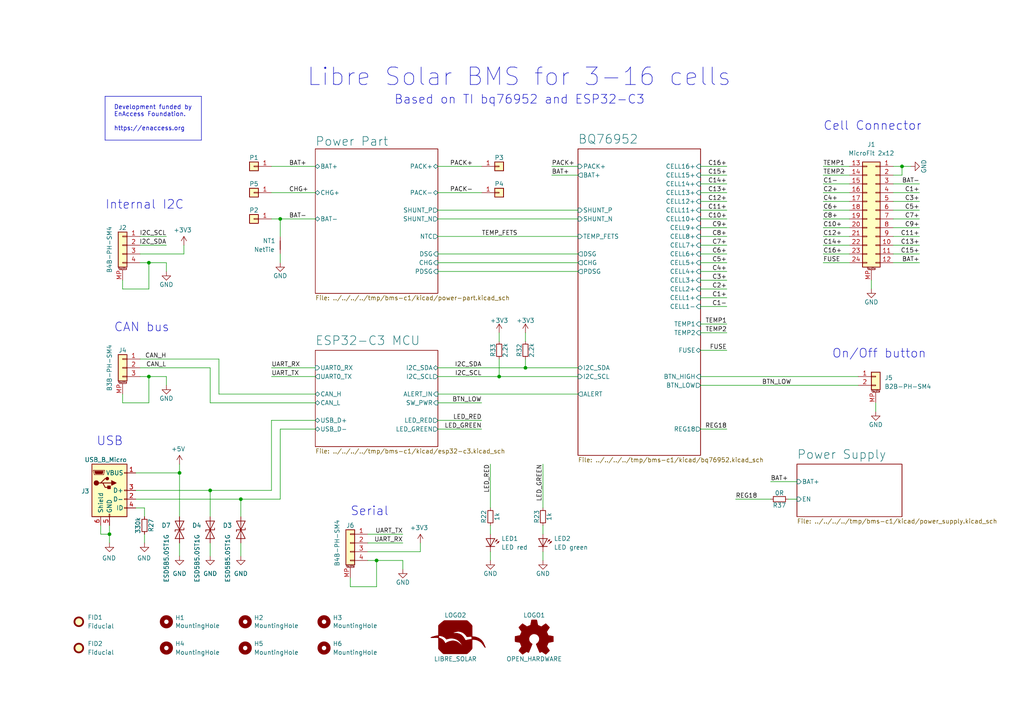
<source format=kicad_sch>
(kicad_sch (version 20230121) (generator eeschema)
  (paper "A4")
  (title_block (title "Libre Solar BMS C1") (date "2022-11-21") (rev "0.3.3") (company "Libre Solar Technologies GmbH") (comment 1 "Website: https://libre.solar") (comment 2 "Author: Martin Jäger") (comment 3 "License: CERN-OHL-W"))
  (lib_symbols
    (symbol "Connector:USB_B_Micro" (pin_names (offset 1.016))
      (property "Reference" "J" (at -5.08 11.43 0))
      (property "Value" "USB_B_Micro" (at -5.08 8.89 0))
      (symbol "USB_B_Micro_1_1"
        (pin power_out line (at 7.62 5.08 180) (length 2.54) (name "VBUS") (number "1"))
        (pin bidirectional line (at 7.62 -2.54 180) (length 2.54) (name "D-") (number "2"))
        (pin bidirectional line (at 7.62 0 180) (length 2.54) (name "D+") (number "3"))
        (pin passive line (at 7.62 -5.08 180) (length 2.54) (name "ID") (number "4"))
        (pin power_out line (at 0 -10.16 90) (length 2.54) (name "GND") (number "5"))
        (pin passive line (at -2.54 -10.16 90) (length 2.54) (name "Shield") (number "6"))
      )
    )
    (symbol "Connector_Generic:Conn_01x01" (pin_names (offset 1.016) hide)
      (property "Reference" "J" (at 0 2.54 0))
      (property "Value" "Conn_01x01" (at 0 -2.54 0))
      (symbol "Conn_01x01_1_1"
        (pin passive line (at -5.08 0 0) (length 3.81) (name "Pin_1") (number "1"))
      )
    )
    (symbol "Connector_Generic_MountingPin:Conn_01x02_MountingPin" (pin_names (offset 1.016) hide)
      (property "Reference" "J" (at 0 2.54 0))
      (property "Value" "Conn_01x02_MountingPin" (at 1.27 -5.08 0))
      (symbol "Conn_01x02_MountingPin_1_1"
        (text "Mounting" (at 0 -4.191 0) (effects (font (size 0.381 0.381))))
        (pin passive line (at -5.08 0 0) (length 3.81) (name "Pin_1") (number "1"))
        (pin passive line (at -5.08 -2.54 0) (length 3.81) (name "Pin_2") (number "2"))
        (pin passive line (at 0 -7.62 90) (length 3.048) (name "MountPin") (number "MP"))
      )
    )
    (symbol "Connector_Generic_MountingPin:Conn_01x03_MountingPin" (pin_names (offset 1.016) hide)
      (property "Reference" "J" (at 0 5.08 0))
      (property "Value" "Conn_01x03_MountingPin" (at 1.27 -5.08 0))
      (symbol "Conn_01x03_MountingPin_1_1"
        (text "Mounting" (at 0 -4.191 0) (effects (font (size 0.381 0.381))))
        (pin passive line (at -5.08 2.54 0) (length 3.81) (name "Pin_1") (number "1"))
        (pin passive line (at -5.08 0 0) (length 3.81) (name "Pin_2") (number "2"))
        (pin passive line (at -5.08 -2.54 0) (length 3.81) (name "Pin_3") (number "3"))
        (pin passive line (at 0 -7.62 90) (length 3.048) (name "MountPin") (number "MP"))
      )
    )
    (symbol "Connector_Generic_MountingPin:Conn_01x04_MountingPin" (pin_names (offset 1.016) hide)
      (property "Reference" "J" (at 0 5.08 0))
      (property "Value" "Conn_01x04_MountingPin" (at 1.27 -7.62 0))
      (symbol "Conn_01x04_MountingPin_1_1"
        (text "Mounting" (at 0 -6.731 0) (effects (font (size 0.381 0.381))))
        (pin passive line (at -5.08 2.54 0) (length 3.81) (name "Pin_1") (number "1"))
        (pin passive line (at -5.08 0 0) (length 3.81) (name "Pin_2") (number "2"))
        (pin passive line (at -5.08 -2.54 0) (length 3.81) (name "Pin_3") (number "3"))
        (pin passive line (at -5.08 -5.08 0) (length 3.81) (name "Pin_4") (number "4"))
        (pin passive line (at 0 -10.16 90) (length 3.048) (name "MountPin") (number "MP"))
      )
    )
    (symbol "Connector_Generic_MountingPin:Conn_02x12_Top_Bottom_MountingPin" (pin_names (offset 1.016) hide)
      (property "Reference" "J" (at 1.27 15.24 0))
      (property "Value" "Conn_02x12_Top_Bottom_MountingPin" (at 2.54 -17.78 0))
      (symbol "Conn_02x12_Top_Bottom_MountingPin_1_1"
        (text "Mounting" (at 1.27 -16.891 0) (effects (font (size 0.381 0.381))))
        (pin passive line (at -5.08 12.7 0) (length 3.81) (name "Pin_1") (number "1"))
        (pin passive line (at -5.08 -10.16 0) (length 3.81) (name "Pin_10") (number "10"))
        (pin passive line (at -5.08 -12.7 0) (length 3.81) (name "Pin_11") (number "11"))
        (pin passive line (at -5.08 -15.24 0) (length 3.81) (name "Pin_12") (number "12"))
        (pin passive line (at 7.62 12.7 180) (length 3.81) (name "Pin_13") (number "13"))
        (pin passive line (at 7.62 10.16 180) (length 3.81) (name "Pin_14") (number "14"))
        (pin passive line (at 7.62 7.62 180) (length 3.81) (name "Pin_15") (number "15"))
        (pin passive line (at 7.62 5.08 180) (length 3.81) (name "Pin_16") (number "16"))
        (pin passive line (at 7.62 2.54 180) (length 3.81) (name "Pin_17") (number "17"))
        (pin passive line (at 7.62 0 180) (length 3.81) (name "Pin_18") (number "18"))
        (pin passive line (at 7.62 -2.54 180) (length 3.81) (name "Pin_19") (number "19"))
        (pin passive line (at -5.08 10.16 0) (length 3.81) (name "Pin_2") (number "2"))
        (pin passive line (at 7.62 -5.08 180) (length 3.81) (name "Pin_20") (number "20"))
        (pin passive line (at 7.62 -7.62 180) (length 3.81) (name "Pin_21") (number "21"))
        (pin passive line (at 7.62 -10.16 180) (length 3.81) (name "Pin_22") (number "22"))
        (pin passive line (at 7.62 -12.7 180) (length 3.81) (name "Pin_23") (number "23"))
        (pin passive line (at 7.62 -15.24 180) (length 3.81) (name "Pin_24") (number "24"))
        (pin passive line (at -5.08 7.62 0) (length 3.81) (name "Pin_3") (number "3"))
        (pin passive line (at -5.08 5.08 0) (length 3.81) (name "Pin_4") (number "4"))
        (pin passive line (at -5.08 2.54 0) (length 3.81) (name "Pin_5") (number "5"))
        (pin passive line (at -5.08 0 0) (length 3.81) (name "Pin_6") (number "6"))
        (pin passive line (at -5.08 -2.54 0) (length 3.81) (name "Pin_7") (number "7"))
        (pin passive line (at -5.08 -5.08 0) (length 3.81) (name "Pin_8") (number "8"))
        (pin passive line (at -5.08 -7.62 0) (length 3.81) (name "Pin_9") (number "9"))
        (pin passive line (at 1.27 -20.32 90) (length 3.048) (name "MountPin") (number "MP"))
      )
    )
    (symbol "Device:NetTie_2" (pin_numbers hide) (pin_names (offset 0) hide)
      (property "Reference" "NT" (at 0 1.27 0))
      (property "Value" "NetTie_2" (at 0 -1.27 0))
      (symbol "NetTie_2_1_1"
        (pin passive line (at -2.54 0 0) (length 2.54) (name "1") (number "1"))
        (pin passive line (at 2.54 0 180) (length 2.54) (name "2") (number "2"))
      )
    )
    (symbol "Diode:SZESD9B5.0ST5G" (pin_numbers hide) (pin_names (offset 1.016) hide)
      (property "Reference" "D" (at 0 2.54 0))
      (property "Value" "SZESD9B5.0ST5G" (at 0 -2.54 0))
      (symbol "SZESD9B5.0ST5G_1_1"
        (pin passive line (at -3.81 0 0) (length 2.54) (name "A1") (number "1"))
        (pin passive line (at 3.81 0 180) (length 2.54) (name "A2") (number "2"))
      )
    )
    (symbol "Graphic:Logo_Open_Hardware_Small" (pin_names (offset 1.016)))
    (symbol "LibreSolar:LED" (pin_numbers hide) (pin_names (offset 1.016) hide)
      (property "Reference" "D" (at 3.175 1.27 0))
      (property "Value" "LED" (at 3.175 -1.27 0))
      (symbol "LED_1_1"
        (pin passive line (at 0 -2.54 90) (length 1.27) (name "K") (number "1"))
        (pin passive line (at 0 2.54 270) (length 1.27) (name "A") (number "2"))
      )
    )
    (symbol "LibreSolar:Logo_Libre_Solar" (pin_numbers hide) (pin_names (offset 1.016) hide)
      (property "Reference" "LOGO" (at 0 6.985 0))
      (property "Value" "Logo_Libre_Solar" (at 0 -5.715 0))
    )
    (symbol "LibreSolar:R" (pin_numbers hide) (pin_names (offset 0.254) hide)
      (property "Reference" "R" (at -1.905 0 90))
      (property "Value" "R" (at 1.905 0 90))
      (symbol "R_1_1"
        (pin passive line (at 0 2.54 270) (length 0.762) (name "~") (number "1"))
        (pin passive line (at 0 -2.54 90) (length 0.762) (name "~") (number "2"))
      )
    )
    (symbol "Mechanical:Fiducial"
      (property "Reference" "FID" (at 0 5.08 0))
      (property "Value" "Fiducial" (at 0 3.175 0))
    )
    (symbol "Mechanical:MountingHole" (pin_names (offset 1.016))
      (property "Reference" "H" (at 0 5.08 0))
      (property "Value" "MountingHole" (at 0 3.175 0))
    )
    (symbol "power:+3.3V" (power) (pin_names (offset 0))
      (property "Value" "+3.3V" (at 0 3.556 0))
      (symbol "+3.3V_1_1"
        (pin power_in line (at 0 0 90) (length 0) hide (name "+3V3") (number "1"))
      )
    )
    (symbol "power:+3V3" (power) (pin_names (offset 0))
      (property "Value" "+3V3" (at 0 3.556 0))
      (symbol "+3V3_1_1"
        (pin power_in line (at 0 0 90) (length 0) hide (name "+3V3") (number "1"))
      )
    )
    (symbol "power:+5V" (power) (pin_names (offset 0))
      (property "Value" "+5V" (at 0 3.556 0))
      (symbol "+5V_1_1"
        (pin power_in line (at 0 0 90) (length 0) hide (name "+5V") (number "1"))
      )
    )
    (symbol "power:GND" (power) (pin_names (offset 0))
      (property "Value" "GND" (at 0 -3.81 0))
      (symbol "GND_1_1"
        (pin power_in line (at 0 0 270) (length 0) hide (name "GND") (number "1"))
      )
    )
  )
  (junction (at 31.75 154.94) (diameter 0.9144))
  (junction (at 52.07 137.16))
  (junction (at 69.85 144.78))
  (junction (at 43.18 76.2))
  (junction (at 152.4 106.68))
  (junction (at 43.18 109.22))
  (junction (at 81.28 63.5))
  (junction (at 261.62 48.26))
  (junction (at 60.96 142.24))
  (junction (at 144.78 109.22))
  (junction (at 109.22 162.56))
  (wire (pts (xy 53.34 73.66) (xy 40.64 73.66)))
  (wire (pts (xy 63.5 114.3) (xy 63.5 104.14)))
  (wire (pts (xy 35.56 114.3) (xy 35.56 116.84)))
  (wire (pts (xy 259.08 55.88) (xy 266.7 55.88)))
  (wire (pts (xy 127 78.74) (xy 167.64 78.74)))
  (wire (pts (xy 238.76 60.96) (xy 246.38 60.96)))
  (wire (pts (xy 160.02 48.26) (xy 167.64 48.26)))
  (wire (pts (xy 127 63.5) (xy 167.64 63.5)))
  (wire (pts (xy 238.76 73.66) (xy 246.38 73.66)))
  (wire (pts (xy 152.4 104.14) (xy 152.4 106.68)))
  (wire (pts (xy 139.7 124.46) (xy 127 124.46)))
  (wire (pts (xy 48.26 76.2) (xy 43.18 76.2)))
  (wire (pts (xy 127 114.3) (xy 167.64 114.3)))
  (wire (pts (xy 101.6 167.64) (xy 101.6 170.18)))
  (wire (pts (xy 259.08 71.12) (xy 266.7 71.12)))
  (wire (pts (xy 35.56 83.82) (xy 43.18 83.82)))
  (wire (pts (xy 210.82 88.9) (xy 203.2 88.9)))
  (wire (pts (xy 127 76.2) (xy 167.64 76.2)))
  (wire (pts (xy 152.4 106.68) (xy 167.64 106.68)))
  (wire (pts (xy 210.82 76.2) (xy 203.2 76.2)))
  (wire (pts (xy 210.82 60.96) (xy 203.2 60.96)))
  (wire (pts (xy 259.08 68.58) (xy 266.7 68.58)))
  (wire (pts (xy 91.44 116.84) (xy 60.96 116.84)))
  (wire (pts (xy 78.74 63.5) (xy 81.28 63.5)))
  (wire (pts (xy 69.85 144.78) (xy 39.37 144.78)))
  (wire (pts (xy 69.85 144.78) (xy 69.85 149.86)))
  (wire (pts (xy 35.56 116.84) (xy 43.18 116.84)))
  (wire (pts (xy 78.74 142.24) (xy 60.96 142.24)))
  (wire (pts (xy 81.28 144.78) (xy 81.28 124.46)))
  (wire (pts (xy 91.44 121.92) (xy 78.74 121.92)))
  (wire (pts (xy 91.44 114.3) (xy 63.5 114.3)))
  (wire (pts (xy 81.28 73.66) (xy 81.28 76.2)))
  (wire (pts (xy 81.28 63.5) (xy 81.28 68.58)))
  (wire (pts (xy 210.82 78.74) (xy 203.2 78.74)))
  (wire (pts (xy 238.76 66.04) (xy 246.38 66.04)))
  (wire (pts (xy 81.28 63.5) (xy 91.44 63.5)))
  (wire (pts (xy 238.76 55.88) (xy 246.38 55.88)))
  (wire (pts (xy 101.6 170.18) (xy 109.22 170.18)))
  (wire (pts (xy 142.24 160.02) (xy 142.24 162.56)))
  (wire (pts (xy 29.21 154.94) (xy 29.21 152.4)))
  (wire (pts (xy 144.78 109.22) (xy 127 109.22)))
  (wire (pts (xy 31.75 154.94) (xy 29.21 154.94)))
  (wire (pts (xy 259.08 48.26) (xy 261.62 48.26)))
  (wire (pts (xy 40.64 109.22) (xy 43.18 109.22)))
  (wire (pts (xy 48.26 71.12) (xy 40.64 71.12)))
  (wire (pts (xy 81.28 124.46) (xy 91.44 124.46)))
  (wire (pts (xy 261.62 48.26) (xy 261.62 50.8)))
  (wire (pts (xy 109.22 162.56) (xy 106.68 162.56)))
  (wire (pts (xy 35.56 81.28) (xy 35.56 83.82)))
  (wire (pts (xy 69.85 144.78) (xy 81.28 144.78)))
  (wire (pts (xy 52.07 134.62) (xy 52.07 137.16)))
  (wire (pts (xy 210.82 96.52) (xy 203.2 96.52)))
  (wire (pts (xy 210.82 68.58) (xy 203.2 68.58)))
  (wire (pts (xy 39.37 147.32) (xy 41.91 147.32)))
  (wire (pts (xy 203.2 109.22) (xy 248.92 109.22)))
  (wire (pts (xy 116.84 162.56) (xy 109.22 162.56)))
  (wire (pts (xy 48.26 109.22) (xy 48.26 111.76)))
  (polyline (pts (xy 58.42 27.94) (xy 58.42 40.64)))
  (wire (pts (xy 238.76 71.12) (xy 246.38 71.12)))
  (wire (pts (xy 52.07 137.16) (xy 39.37 137.16)))
  (wire (pts (xy 40.64 104.14) (xy 63.5 104.14)))
  (wire (pts (xy 109.22 170.18) (xy 109.22 162.56)))
  (wire (pts (xy 142.24 152.4) (xy 142.24 154.94)))
  (wire (pts (xy 31.75 152.4) (xy 31.75 154.94)))
  (wire (pts (xy 78.74 55.88) (xy 91.44 55.88)))
  (wire (pts (xy 266.7 76.2) (xy 259.08 76.2)))
  (wire (pts (xy 266.7 53.34) (xy 259.08 53.34)))
  (wire (pts (xy 41.91 154.94) (xy 41.91 157.48)))
  (wire (pts (xy 210.82 55.88) (xy 203.2 55.88)))
  (wire (pts (xy 157.48 160.02) (xy 157.48 162.56)))
  (wire (pts (xy 48.26 68.58) (xy 40.64 68.58)))
  (wire (pts (xy 144.78 104.14) (xy 144.78 109.22)))
  (wire (pts (xy 261.62 50.8) (xy 259.08 50.8)))
  (wire (pts (xy 238.76 68.58) (xy 246.38 68.58)))
  (wire (pts (xy 60.96 116.84) (xy 60.96 106.68)))
  (polyline (pts (xy 30.48 27.94) (xy 58.42 27.94)))
  (wire (pts (xy 91.44 106.68) (xy 78.74 106.68)))
  (wire (pts (xy 246.38 50.8) (xy 238.76 50.8)))
  (wire (pts (xy 142.24 134.62) (xy 142.24 147.32)))
  (wire (pts (xy 210.82 83.82) (xy 203.2 83.82)))
  (wire (pts (xy 259.08 66.04) (xy 266.7 66.04)))
  (wire (pts (xy 127 55.88) (xy 139.7 55.88)))
  (wire (pts (xy 40.64 106.68) (xy 60.96 106.68)))
  (wire (pts (xy 238.76 63.5) (xy 246.38 63.5)))
  (wire (pts (xy 139.7 116.84) (xy 127 116.84)))
  (wire (pts (xy 210.82 58.42) (xy 203.2 58.42)))
  (wire (pts (xy 238.76 53.34) (xy 246.38 53.34)))
  (wire (pts (xy 52.07 157.48) (xy 52.07 161.29)))
  (wire (pts (xy 60.96 142.24) (xy 60.96 149.86)))
  (wire (pts (xy 60.96 142.24) (xy 39.37 142.24)))
  (wire (pts (xy 210.82 53.34) (xy 203.2 53.34)))
  (wire (pts (xy 127 60.96) (xy 167.64 60.96)))
  (wire (pts (xy 246.38 76.2) (xy 238.76 76.2)))
  (wire (pts (xy 78.74 48.26) (xy 91.44 48.26)))
  (wire (pts (xy 246.38 48.26) (xy 238.76 48.26)))
  (wire (pts (xy 210.82 66.04) (xy 203.2 66.04)))
  (wire (pts (xy 152.4 106.68) (xy 127 106.68)))
  (wire (pts (xy 127 73.66) (xy 167.64 73.66)))
  (wire (pts (xy 52.07 137.16) (xy 52.07 149.86)))
  (wire (pts (xy 210.82 86.36) (xy 203.2 86.36)))
  (wire (pts (xy 43.18 116.84) (xy 43.18 109.22)))
  (wire (pts (xy 254 116.84) (xy 254 119.38)))
  (wire (pts (xy 238.76 58.42) (xy 246.38 58.42)))
  (wire (pts (xy 259.08 58.42) (xy 266.7 58.42)))
  (wire (pts (xy 259.08 60.96) (xy 266.7 60.96)))
  (wire (pts (xy 203.2 124.46) (xy 210.82 124.46)))
  (wire (pts (xy 264.16 48.26) (xy 261.62 48.26)))
  (wire (pts (xy 203.2 101.6) (xy 210.82 101.6)))
  (wire (pts (xy 139.7 121.92) (xy 127 121.92)))
  (polyline (pts (xy 30.48 27.94) (xy 30.48 40.64)))
  (wire (pts (xy 210.82 71.12) (xy 203.2 71.12)))
  (wire (pts (xy 157.48 134.62) (xy 157.48 147.32)))
  (wire (pts (xy 210.82 63.5) (xy 203.2 63.5)))
  (wire (pts (xy 152.4 96.52) (xy 152.4 99.06)))
  (wire (pts (xy 144.78 109.22) (xy 167.64 109.22)))
  (wire (pts (xy 116.84 162.56) (xy 116.84 165.1)))
  (wire (pts (xy 210.82 81.28) (xy 203.2 81.28)))
  (wire (pts (xy 60.96 157.48) (xy 60.96 161.29)))
  (polyline (pts (xy 58.42 40.64) (xy 30.48 40.64)))
  (wire (pts (xy 116.84 157.48) (xy 106.68 157.48)))
  (wire (pts (xy 160.02 50.8) (xy 167.64 50.8)))
  (wire (pts (xy 259.08 73.66) (xy 266.7 73.66)))
  (wire (pts (xy 48.26 76.2) (xy 48.26 78.74)))
  (wire (pts (xy 43.18 76.2) (xy 40.64 76.2)))
  (wire (pts (xy 43.18 109.22) (xy 48.26 109.22)))
  (wire (pts (xy 127 68.58) (xy 167.64 68.58)))
  (wire (pts (xy 53.34 73.66) (xy 53.34 71.12)))
  (wire (pts (xy 252.73 81.28) (xy 252.73 83.82)))
  (wire (pts (xy 127 48.26) (xy 139.7 48.26)))
  (wire (pts (xy 213.36 144.78) (xy 223.52 144.78)))
  (wire (pts (xy 210.82 50.8) (xy 203.2 50.8)))
  (wire (pts (xy 203.2 111.76) (xy 248.92 111.76)))
  (wire (pts (xy 231.14 139.7) (xy 223.52 139.7)))
  (wire (pts (xy 69.85 157.48) (xy 69.85 161.29)))
  (wire (pts (xy 31.75 154.94) (xy 31.75 157.48)))
  (wire (pts (xy 228.6 144.78) (xy 231.14 144.78)))
  (wire (pts (xy 210.82 48.26) (xy 203.2 48.26)))
  (wire (pts (xy 259.08 63.5) (xy 266.7 63.5)))
  (wire (pts (xy 91.44 109.22) (xy 78.74 109.22)))
  (wire (pts (xy 121.92 160.02) (xy 121.92 157.48)))
  (wire (pts (xy 116.84 154.94) (xy 106.68 154.94)))
  (wire (pts (xy 210.82 93.98) (xy 203.2 93.98)))
  (wire (pts (xy 157.48 152.4) (xy 157.48 154.94)))
  (wire (pts (xy 121.92 160.02) (xy 106.68 160.02)))
  (wire (pts (xy 41.91 147.32) (xy 41.91 149.86)))
  (wire (pts (xy 210.82 73.66) (xy 203.2 73.66)))
  (wire (pts (xy 43.18 83.82) (xy 43.18 76.2)))
  (wire (pts (xy 78.74 121.92) (xy 78.74 142.24)))
  (wire (pts (xy 144.78 96.52) (xy 144.78 99.06)))
  (text "Based on TI bq76952 and ESP32-C3" (at 114.3 30.48 0) (effects (font (size 2.54 2.54)) (justify left bottom)))
  (text "CAN bus" (at 33.02 96.52 0) (effects (font (size 2.54 2.54)) (justify left bottom)))
  (text "Development funded by\nEnAccess Foundation.\n\nhttps://enaccess.org" (at 33.02 38.1 0) (effects (font (size 1.27 1.27)) (justify left bottom)))
  (text "USB" (at 27.94 129.54 0) (effects (font (size 2.54 2.54)) (justify left bottom)))
  (text "Serial" (at 101.6 149.86 0) (effects (font (size 2.54 2.54)) (justify left bottom)))
  (text "Libre Solar BMS for 3-16 cells" (at 88.9 25.4 0) (effects (font (size 5.08 5.08)) (justify left bottom)))
  (text "Cell Connector" (at 238.76 38.1 0) (effects (font (size 2.54 2.54)) (justify left bottom)))
  (text "Internal I2C" (at 30.48 60.96 0) (effects (font (size 2.54 2.54)) (justify left bottom)))
  (text "On/Off button" (at 241.3 104.14 0) (effects (font (size 2.54 2.54)) (justify left bottom)))
  (label "REG18" (at 213.36 144.78 0))
  (label "C8+" (at 210.82 68.58 180))
  (label "C2+" (at 238.76 55.88 0))
  (label "CAN_L" (at 48.26 106.68 180))
  (label "TEMP1" (at 210.82 93.98 180))
  (label "UART_TX" (at 116.84 154.94 180))
  (label "C16+" (at 238.76 73.66 0))
  (label "BAT+" (at 266.7 76.2 180))
  (label "C12+" (at 210.82 58.42 180))
  (label "C2+" (at 210.82 83.82 180))
  (label "C1+" (at 210.82 86.36 180))
  (label "C14+" (at 210.82 53.34 180))
  (label "PACK+" (at 160.02 48.26 0))
  (label "I2C_SDA" (at 139.7 106.68 180))
  (label "I2C_SCL" (at 139.7 109.22 180))
  (label "C7+" (at 266.7 63.5 180))
  (label "C8+" (at 238.76 63.5 0))
  (label "UART_RX" (at 78.74 106.68 0))
  (label "C1-" (at 238.76 53.34 0))
  (label "C6+" (at 210.82 73.66 180))
  (label "C5+" (at 266.7 60.96 180))
  (label "C7+" (at 210.82 71.12 180))
  (label "C4+" (at 210.82 78.74 180))
  (label "FUSE" (at 210.82 101.6 180))
  (label "LED_GREEN" (at 139.7 124.46 180))
  (label "FUSE" (at 238.76 76.2 0))
  (label "UART_TX" (at 78.74 109.22 0))
  (label "C12+" (at 238.76 68.58 0))
  (label "PACK+" (at 137.16 48.26 180))
  (label "PACK-" (at 137.16 55.88 180))
  (label "C10+" (at 210.82 63.5 180))
  (label "C4+" (at 238.76 58.42 0))
  (label "TEMP2" (at 210.82 96.52 180))
  (label "C13+" (at 210.82 55.88 180))
  (label "TEMP2" (at 238.76 50.8 0))
  (label "CHG+" (at 83.82 55.88 0))
  (label "REG18" (at 210.82 124.46 180))
  (label "C15+" (at 266.7 73.66 180))
  (label "C11+" (at 210.82 60.96 180))
  (label "BAT-" (at 266.7 53.34 180))
  (label "C6+" (at 238.76 60.96 0))
  (label "C1-" (at 210.82 88.9 180))
  (label "BTN_LOW" (at 220.98 111.76 0))
  (label "UART_RX" (at 116.84 157.48 180))
  (label "TEMP1" (at 238.76 48.26 0))
  (label "C13+" (at 266.7 71.12 180))
  (label "BAT+" (at 83.82 48.26 0))
  (label "BAT+" (at 160.02 50.8 0))
  (label "C11+" (at 266.7 68.58 180))
  (label "C10+" (at 238.76 66.04 0))
  (label "C9+" (at 210.82 66.04 180))
  (label "LED_RED" (at 142.24 134.62 270))
  (label "BAT-" (at 83.82 63.5 0))
  (label "LED_RED" (at 139.7 121.92 180))
  (label "I2C_SDA" (at 48.26 71.12 180))
  (label "TEMP_FETS" (at 139.7 68.58 0))
  (label "BAT+" (at 223.52 139.7 0))
  (label "BTN_LOW" (at 139.7 116.84 180))
  (label "C3+" (at 210.82 81.28 180))
  (label "LED_GREEN" (at 157.48 134.62 270))
  (label "C5+" (at 210.82 76.2 180))
  (label "C14+" (at 238.76 71.12 0))
  (label "CAN_H" (at 48.26 104.14 180))
  (label "I2C_SCL" (at 48.26 68.58 180))
  (label "C15+" (at 210.82 50.8 180))
  (label "C1+" (at 266.7 55.88 180))
  (label "C9+" (at 266.7 66.04 180))
  (label "C3+" (at 266.7 58.42 180))
  (label "C16+" (at 210.82 48.26 180))
  (symbol (lib_id "LibreSolar:Logo_Libre_Solar") (at 132.08 185.42 0) (unit 1)
    (property "Reference" "LOGO2" (at 132.08 178.435 0))
    (property "Value" "LIBRE_SOLAR" (at 132.08 191.135 0))
    (property "Footprint" "LibreSolar:LIBRESOLAR_LOGO" (effects hide))
  )
  (symbol (lib_id "Graphic:Logo_Open_Hardware_Small") (at 154.94 185.42 0) (unit 1)
    (property "Reference" "LOGO1" (at 154.94 178.435 0))
    (property "Value" "OPEN_HARDWARE" (at 154.94 191.135 0))
    (property "Footprint" "Symbol:OSHW-Logo_5.7x6mm_SilkScreen" (effects hide))
  )
  (symbol (lib_id "Connector:USB_B_Micro") (at 31.75 142.24 0) (unit 1)
    (property "Reference" "J3" (at 25.9334 142.4686 0) (effects (justify right)))
    (property "Value" "USB_B_Micro" (at 36.83 133.35 0) (effects (justify right)))
    (property "Footprint" "LibreSolar:USB_Micro-B_10103594-0001LF" (effects hide))
    (property "Manufacturer" "Amphenol FCI" (effects hide))
    (property "PartNumber" "10103594-0001LF" (effects hide))
  )
  (symbol (lib_id "power:GND") (at 31.75 157.48 0) (mirror y) (unit 1)
    (property "Reference" "#PWR0116" (effects hide))
    (property "Value" "GND" (at 31.623 161.8742 0))
  )
  (symbol (lib_id "LibreSolar:R") (at 41.91 152.4 0) (mirror y) (unit 1)
    (property "Reference" "R27" (at 43.815 152.4 90))
    (property "Value" "330k" (at 40.005 152.4 90))
    (property "Footprint" "LibreSolar:R_0603_1608" (effects hide))
    (property "Manufacturer" "any" (effects hide))
  )
  (symbol (lib_id "power:GND") (at 41.91 157.48 0) (mirror y) (unit 1)
    (property "Reference" "#PWR0117" (effects hide))
    (property "Value" "GND" (at 41.783 161.8742 0))
  )
  (symbol (lib_id "power:+5V") (at 52.07 134.62 0) (mirror y) (unit 1)
    (property "Reference" "#PWR011" (effects hide))
    (property "Value" "+5V" (at 51.689 130.2258 0))
  )
  (symbol (lib_id "Mechanical:MountingHole") (at 48.26 180.34 0) (unit 1)
    (property "Reference" "H1" (at 50.8 179.1716 0) (effects (justify left)))
    (property "Value" "MountingHole" (at 50.8 181.483 0) (effects (justify left)))
    (property "Footprint" "MountingHole:MountingHole_3.2mm_M3_Pad_TopBottom" (effects hide))
  )
  (symbol (lib_id "Mechanical:MountingHole") (at 71.12 180.34 0) (unit 1)
    (property "Reference" "H2" (at 73.66 179.1716 0) (effects (justify left)))
    (property "Value" "MountingHole" (at 73.66 181.483 0) (effects (justify left)))
    (property "Footprint" "MountingHole:MountingHole_3.2mm_M3_Pad_TopBottom" (effects hide))
  )
  (symbol (lib_id "power:+3V3") (at 53.34 71.12 0) (mirror y) (unit 1)
    (property "Reference" "#PWR0146" (effects hide))
    (property "Value" "+3V3" (at 52.959 66.7258 0))
  )
  (symbol (lib_id "Connector_Generic_MountingPin:Conn_01x04_MountingPin") (at 35.56 71.12 0) (mirror y) (unit 1)
    (property "Reference" "J2" (at 35.56 66.04 0))
    (property "Value" "B4B-PH-SM4" (at 31.75 72.39 90))
    (property "Footprint" "Connector_JST:JST_PH_B4B-PH-SM4-TB_1x04-1MP_P2.00mm_Vertical" (effects hide))
    (property "Manufacturer" "JST" (effects hide))
    (property "Remarks" "Alternative: Würth 620304124022" (effects hide))
    (property "PartNumber" "B4B-PH-SM4-TB(LF)(SN)" (effects hide))
  )
  (symbol (lib_id "power:GND") (at 81.28 76.2 0) (mirror y) (unit 1)
    (property "Reference" "#PWR0107" (effects hide))
    (property "Value" "GND" (at 81.28 80.01 0))
  )
  (symbol (lib_id "Connector_Generic_MountingPin:Conn_01x02_MountingPin") (at 254 109.22 0) (unit 1)
    (property "Reference" "J5" (at 256.54 109.5755 0) (effects (justify left)))
    (property "Value" "B2B-PH-SM4" (at 256.54 112.1155 0) (effects (justify left)))
    (property "Footprint" "Connector_JST:JST_PH_B2B-PH-SM4-TB_1x02-1MP_P2.00mm_Vertical" (effects hide))
    (property "Manufacturer" "JST" (effects hide))
    (property "Remarks" "Alternative: Würth 620302124022" (effects hide))
    (property "PartNumber" "B2B-PH-SM4-TB(LF)(SN)" (effects hide))
  )
  (symbol (lib_id "Diode:SZESD9B5.0ST5G") (at 69.85 153.67 270) (mirror x) (unit 1)
    (property "Reference" "D3" (at 67.31 152.3999 90) (effects (justify right)))
    (property "Value" "ESD5B5.0ST1G" (at 66.04 154.94 0) (effects (justify right)))
    (property "Footprint" "LibreSolar:D_SOD-523" (effects hide))
    (property "Datasheet" "https://www.mouser.de/datasheet/2/308/1/ESD5B5_0ST1_D-2311335.pdf" (effects hide))
    (property "Manufacturer" "onsemi" (effects hide))
    (property "PartNumber" "ESD5B5.0ST1G" (effects hide))
  )
  (symbol (lib_id "power:+3V3") (at 121.92 157.48 0) (mirror y) (unit 1)
    (property "Reference" "#PWR0147" (effects hide))
    (property "Value" "+3V3" (at 121.539 153.0858 0))
  )
  (symbol (lib_id "Connector_Generic_MountingPin:Conn_02x12_Top_Bottom_MountingPin") (at 254 60.96 0) (mirror y) (unit 1)
    (property "Reference" "J1" (at 252.73 41.91 0))
    (property "Value" "MicroFit 2x12" (at 252.73 44.45 0))
    (property "Footprint" "Connector_Molex:Molex_Micro-Fit_3.0_43045-2410_2x12-1MP_P3.00mm_Horizontal" (effects hide))
    (property "Manufacturer" "Molex" (effects hide))
    (property "PartNumber" "43045-1810" (effects hide))
    (property "Remarks" "Alternative: Würth 662024231722, mating connector: 662024113322" (effects hide))
  )
  (symbol (lib_id "Connector_Generic:Conn_01x01") (at 144.78 55.88 0) (unit 1)
    (property "Reference" "P4" (at 144.78 53.34 0))
    (property "Value" "CONN_01X01" (effects hide))
    (property "Footprint" "LibreSolar:Wuerth_PowerOne_SMD_LF990005" (effects hide))
    (property "Manufacturer" "Würth" (effects hide))
    (property "PartNumber" "LF990005" (effects hide))
    (property "Remarks" "Alternative: Erni 225852" (effects hide))
  )
  (symbol (lib_id "Mechanical:Fiducial") (at 22.86 187.96 0) (unit 1)
    (property "Reference" "FID2" (at 25.4 186.6899 0) (effects (justify left)))
    (property "Value" "Fiducial" (at 25.4 189.2299 0) (effects (justify left)))
    (property "Footprint" "Fiducial:Fiducial_1mm_Mask2mm" (effects hide))
  )
  (symbol (lib_id "power:GND") (at 252.73 83.82 0) (mirror y) (unit 1)
    (property "Reference" "#PWR0155" (effects hide))
    (property "Value" "GND" (at 252.73 87.63 0))
  )
  (symbol (lib_id "Mechanical:Fiducial") (at 22.86 180.34 0) (unit 1)
    (property "Reference" "FID1" (at 25.4 179.0699 0) (effects (justify left)))
    (property "Value" "Fiducial" (at 25.4 181.6099 0) (effects (justify left)))
    (property "Footprint" "Fiducial:Fiducial_1mm_Mask2mm" (effects hide))
  )
  (symbol (lib_id "power:GND") (at 264.16 48.26 90) (unit 1)
    (property "Reference" "#PWR0110" (effects hide))
    (property "Value" "GND" (at 267.97 48.26 0))
  )
  (symbol (lib_id "power:GND") (at 52.07 161.29 0) (mirror y) (unit 1)
    (property "Reference" "#PWR0113" (effects hide))
    (property "Value" "GND" (at 52.07 166.37 0))
  )
  (symbol (lib_id "Connector_Generic:Conn_01x01") (at 73.66 63.5 0) (mirror y) (unit 1)
    (property "Reference" "P2" (at 73.66 60.96 0))
    (property "Value" "CONN_01X01" (effects hide))
    (property "Footprint" "LibreSolar:Wuerth_PowerOne_SMD_LF990005" (effects hide))
    (property "Manufacturer" "Würth" (effects hide))
    (property "PartNumber" "LF990005" (effects hide))
    (property "Remarks" "Alternative: Erni 225852" (effects hide))
  )
  (symbol (lib_id "Connector_Generic:Conn_01x01") (at 144.78 48.26 0) (unit 1)
    (property "Reference" "P3" (at 144.78 45.72 0))
    (property "Value" "CONN_01X01" (effects hide))
    (property "Footprint" "LibreSolar:Wuerth_PowerOne_SMD_LF990005" (effects hide))
    (property "Manufacturer" "Würth" (effects hide))
    (property "PartNumber" "LF990005" (effects hide))
    (property "Remarks" "Alternative: Erni 225852" (effects hide))
  )
  (symbol (lib_id "Mechanical:MountingHole") (at 48.26 187.96 0) (unit 1)
    (property "Reference" "H4" (at 50.8 186.6899 0) (effects (justify left)))
    (property "Value" "MountingHole" (at 50.8 189.2299 0) (effects (justify left)))
    (property "Footprint" "MountingHole:MountingHole_3.2mm_M3_Pad_TopBottom" (effects hide))
  )
  (symbol (lib_id "Connector_Generic:Conn_01x01") (at 73.66 55.88 0) (mirror y) (unit 1)
    (property "Reference" "P5" (at 73.66 53.34 0))
    (property "Value" "CONN_01X01" (effects hide))
    (property "Footprint" "Connector_Wire:SolderWirePad_1x01_SMD_5x10mm" (effects hide))
  )
  (symbol (lib_id "LibreSolar:LED") (at 142.24 157.48 0) (unit 1)
    (property "Reference" "LED1" (at 145.415 156.21 0) (effects (justify left)))
    (property "Value" "LED red" (at 145.415 158.75 0) (effects (justify left)))
    (property "Footprint" "LED_SMD:LED_0603_1608Metric" (effects hide))
    (property "Manufacturer" "any" (effects hide))
    (property "Remarks" "red" (effects hide))
  )
  (symbol (lib_id "Mechanical:MountingHole") (at 93.98 180.34 0) (unit 1)
    (property "Reference" "H3" (at 96.52 179.1716 0) (effects (justify left)))
    (property "Value" "MountingHole" (at 96.52 181.483 0) (effects (justify left)))
    (property "Footprint" "MountingHole:MountingHole_3.2mm_M3_Pad_TopBottom" (effects hide))
  )
  (symbol (lib_id "power:GND") (at 48.26 111.76 0) (unit 1)
    (property "Reference" "#PWR0154" (effects hide))
    (property "Value" "GND" (at 48.26 115.57 0))
  )
  (symbol (lib_id "Mechanical:MountingHole") (at 93.98 187.96 0) (unit 1)
    (property "Reference" "H6" (at 96.52 186.6899 0) (effects (justify left)))
    (property "Value" "MountingHole" (at 96.52 189.2299 0) (effects (justify left)))
    (property "Footprint" "MountingHole:MountingHole_3.2mm_M3_Pad_TopBottom" (effects hide))
  )
  (symbol (lib_id "Mechanical:MountingHole") (at 71.12 187.96 0) (unit 1)
    (property "Reference" "H5" (at 73.66 186.6899 0) (effects (justify left)))
    (property "Value" "MountingHole" (at 73.66 189.2299 0) (effects (justify left)))
    (property "Footprint" "MountingHole:MountingHole_3.2mm_M3_Pad_TopBottom" (effects hide))
  )
  (symbol (lib_id "power:+3.3V") (at 152.4 96.52 0) (mirror y) (unit 1)
    (property "Reference" "#PWR0114" (effects hide))
    (property "Value" "+3.3V" (at 152.4 92.964 0))
  )
  (symbol (lib_id "power:GND") (at 157.48 162.56 0) (unit 1)
    (property "Reference" "#PWR0119" (effects hide))
    (property "Value" "GND" (at 157.48 166.37 0))
  )
  (symbol (lib_id "LibreSolar:R") (at 142.24 149.86 0) (mirror x) (unit 1)
    (property "Reference" "R22" (at 140.335 149.86 90))
    (property "Value" "1k" (at 144.145 149.86 90))
    (property "Footprint" "LibreSolar:R_0603_1608" (effects hide))
    (property "Manufacturer" "any" (effects hide))
  )
  (symbol (lib_id "LibreSolar:R") (at 157.48 149.86 0) (mirror x) (unit 1)
    (property "Reference" "R23" (at 155.702 149.86 90))
    (property "Value" "1k" (at 159.258 149.86 90))
    (property "Footprint" "LibreSolar:R_0603_1608" (effects hide))
    (property "Manufacturer" "any" (effects hide))
  )
  (symbol (lib_id "Connector_Generic_MountingPin:Conn_01x03_MountingPin") (at 35.56 106.68 0) (mirror y) (unit 1)
    (property "Reference" "J4" (at 35.56 101.6 0))
    (property "Value" "B3B-PH-SM4" (at 31.75 106.68 90))
    (property "Footprint" "Connector_JST:JST_PH_B3B-PH-SM4-TB_1x03-1MP_P2.00mm_Vertical" (effects hide))
    (property "Manufacturer" "JST" (effects hide))
    (property "Remarks" "Alternative: Würth 620303124022" (effects hide))
    (property "PartNumber" "B3B-PH-SM4-TB(LF)(SN)" (effects hide))
  )
  (symbol (lib_id "Diode:SZESD9B5.0ST5G") (at 52.07 153.67 270) (mirror x) (unit 1)
    (property "Reference" "D7" (at 49.53 152.3999 90) (effects (justify right)))
    (property "Value" "ESD5B5.0ST1G" (at 48.26 154.94 0) (effects (justify right)))
    (property "Footprint" "LibreSolar:D_SOD-523" (effects hide))
    (property "Datasheet" "https://www.mouser.de/datasheet/2/308/1/ESD5B5_0ST1_D-2311335.pdf" (effects hide))
    (property "Manufacturer" "onsemi" (effects hide))
    (property "PartNumber" "ESD5B5.0ST1G" (effects hide))
  )
  (symbol (lib_id "LibreSolar:R") (at 144.78 101.6 0) (mirror x) (unit 1)
    (property "Reference" "R33" (at 143.002 101.6 90))
    (property "Value" "2.2k" (at 146.558 101.6 90))
    (property "Footprint" "LibreSolar:R_0603_1608" (effects hide))
    (property "Manufacturer" "any" (effects hide))
  )
  (symbol (lib_id "Device:NetTie_2") (at 81.28 71.12 90) (mirror x) (unit 1)
    (property "Reference" "NT1" (at 76.2 69.85 90) (effects (justify right)))
    (property "Value" "NetTie" (at 73.66 72.39 90) (effects (justify right)))
    (property "Footprint" "NetTie:NetTie-2_SMD_Pad0.5mm" (effects hide))
  )
  (symbol (lib_id "power:GND") (at 142.24 162.56 0) (unit 1)
    (property "Reference" "#PWR0120" (effects hide))
    (property "Value" "GND" (at 142.24 166.37 0))
  )
  (symbol (lib_id "LibreSolar:LED") (at 157.48 157.48 0) (unit 1)
    (property "Reference" "LED2" (at 160.655 156.21 0) (effects (justify left)))
    (property "Value" "LED green" (at 160.655 158.75 0) (effects (justify left)))
    (property "Footprint" "LED_SMD:LED_0603_1608Metric" (effects hide))
    (property "Manufacturer" "any" (effects hide))
    (property "Remarks" "green" (effects hide))
  )
  (symbol (lib_id "power:GND") (at 116.84 165.1 0) (unit 1)
    (property "Reference" "#PWR0148" (effects hide))
    (property "Value" "GND" (at 116.84 168.91 0))
  )
  (symbol (lib_id "power:GND") (at 48.26 78.74 0) (unit 1)
    (property "Reference" "#PWR0145" (effects hide))
    (property "Value" "GND" (at 48.26 82.55 0))
  )
  (symbol (lib_id "Diode:SZESD9B5.0ST5G") (at 60.96 153.67 270) (mirror x) (unit 1)
    (property "Reference" "D4" (at 58.42 152.3999 90) (effects (justify right)))
    (property "Value" "ESD5B5.0ST1G" (at 57.15 154.94 0) (effects (justify right)))
    (property "Footprint" "LibreSolar:D_SOD-523" (effects hide))
    (property "Datasheet" "https://www.mouser.de/datasheet/2/308/1/ESD5B5_0ST1_D-2311335.pdf" (effects hide))
    (property "Manufacturer" "onsemi" (effects hide))
    (property "PartNumber" "ESD5B5.0ST1G" (effects hide))
  )
  (symbol (lib_id "LibreSolar:R") (at 152.4 101.6 0) (mirror x) (unit 1)
    (property "Reference" "R32" (at 150.622 101.6 90))
    (property "Value" "2.2k" (at 154.178 101.6 90))
    (property "Footprint" "LibreSolar:R_0603_1608" (effects hide))
    (property "Manufacturer" "any" (effects hide))
  )
  (symbol (lib_id "Connector_Generic_MountingPin:Conn_01x04_MountingPin") (at 101.6 157.48 0) (mirror y) (unit 1)
    (property "Reference" "J6" (at 101.6 152.4 0))
    (property "Value" "B4B-PH-SM4" (at 97.79 157.48 90))
    (property "Footprint" "Connector_JST:JST_PH_B4B-PH-SM4-TB_1x04-1MP_P2.00mm_Vertical" (effects hide))
    (property "Manufacturer" "JST" (effects hide))
    (property "Remarks" "Alternative: Würth 620304124022" (effects hide))
    (property "PartNumber" "B4B-PH-SM4-TB(LF)(SN)" (effects hide))
  )
  (symbol (lib_id "power:GND") (at 69.85 161.29 0) (mirror y) (unit 1)
    (property "Reference" "#PWR0111" (effects hide))
    (property "Value" "GND" (at 69.85 166.37 0))
  )
  (symbol (lib_id "power:GND") (at 60.96 161.29 0) (mirror y) (unit 1)
    (property "Reference" "#PWR0112" (effects hide))
    (property "Value" "GND" (at 60.96 166.37 0))
  )
  (symbol (lib_id "power:GND") (at 254 119.38 0) (unit 1)
    (property "Reference" "#PWR04" (effects hide))
    (property "Value" "GND" (at 254 123.19 0))
  )
  (symbol (lib_id "LibreSolar:R") (at 226.06 144.78 270) (mirror x) (unit 1)
    (property "Reference" "R37" (at 226.06 146.558 90))
    (property "Value" "0R" (at 226.06 143.002 90))
    (property "Footprint" "LibreSolar:R_0603_1608" (effects hide))
    (property "Manufacturer" "any" (effects hide))
  )
  (symbol (lib_id "power:+3.3V") (at 144.78 96.52 0) (mirror y) (unit 1)
    (property "Reference" "#PWR0115" (effects hide))
    (property "Value" "+3.3V" (at 144.78 92.964 0))
  )
  (symbol (lib_id "Connector_Generic:Conn_01x01") (at 73.66 48.26 0) (mirror y) (unit 1)
    (property "Reference" "P1" (at 73.66 45.72 0))
    (property "Value" "CONN_01X01" (effects hide))
    (property "Footprint" "LibreSolar:Wuerth_PowerOne_SMD_LF990005" (effects hide))
    (property "Manufacturer" "Würth" (effects hide))
    (property "PartNumber" "LF990005" (effects hide))
    (property "Remarks" "Alternative: Erni 225852" (effects hide))
  )
  (sheet (at 231.14 134.62) (size 30.48 15.24)
    (property "Sheetname" "Power Supply" (at 231.14 133.2734 0) (effects (font (size 2.54 2.54)) (justify left bottom)))
    (property "Sheetfile" "../../../../tmp/bms-c1/kicad/power_supply.kicad_sch" (at 231.14 150.4446 0) (effects (justify left top)))
    (pin "BAT+" input (at 231.14 139.7 180))
    (pin "EN" input (at 231.14 144.78 180))
  )
  (sheet (at 167.64 43.18) (size 35.56 88.9)
    (property "Sheetname" "BQ76952" (at 167.64 41.8334 0) (effects (font (size 2.54 2.54)) (justify left bottom)))
    (property "Sheetfile" "../../../../tmp/bms-c1/kicad/bq76952.kicad_sch" (at 167.64 132.6646 0) (effects (justify left top)))
    (pin "CELL8+" input (at 203.2 68.58 0))
    (pin "CELL7+" input (at 203.2 71.12 0))
    (pin "CELL6+" input (at 203.2 73.66 0))
    (pin "CELL5+" input (at 203.2 76.2 0))
    (pin "CELL4+" input (at 203.2 78.74 0))
    (pin "CELL3+" input (at 203.2 81.28 0))
    (pin "CELL2+" input (at 203.2 83.82 0))
    (pin "CELL1+" input (at 203.2 86.36 0))
    (pin "CELL1-" input (at 203.2 88.9 0))
    (pin "CHG" output (at 167.64 76.2 180))
    (pin "DSG" output (at 167.64 73.66 180))
    (pin "PDSG" output (at 167.64 78.74 180))
    (pin "CELL16+" input (at 203.2 48.26 0))
    (pin "CELL15+" input (at 203.2 50.8 0))
    (pin "CELL14+" input (at 203.2 53.34 0))
    (pin "CELL13+" input (at 203.2 55.88 0))
    (pin "CELL12+" input (at 203.2 58.42 0))
    (pin "CELL11+" input (at 203.2 60.96 0))
    (pin "CELL10+" input (at 203.2 63.5 0))
    (pin "CELL9+" input (at 203.2 66.04 0))
    (pin "ALERT" output (at 167.64 114.3 180))
    (pin "PACK+" input (at 167.64 48.26 180))
    (pin "TEMP1" input (at 203.2 93.98 0))
    (pin "TEMP2" input (at 203.2 96.52 0))
    (pin "I2C_SCL" input (at 167.64 109.22 180))
    (pin "I2C_SDA" bidirectional (at 167.64 106.68 180))
    (pin "BTN_HIGH" input (at 203.2 109.22 0))
    (pin "BTN_LOW" output (at 203.2 111.76 0))
    (pin "REG18" output (at 203.2 124.46 0))
    (pin "FUSE" bidirectional (at 203.2 101.6 0))
    (pin "TEMP_FETS" input (at 167.64 68.58 180))
    (pin "SHUNT_N" input (at 167.64 63.5 180))
    (pin "SHUNT_P" input (at 167.64 60.96 180))
    (pin "BAT+" output (at 167.64 50.8 180))
  )
  (sheet (at 91.44 43.18) (size 35.56 41.91) (stroke (width 0.1524))
    (property "Sheetname" "Power Part" (at 91.44 42.4684 0) (effects (font (size 2.54 2.54)) (justify left bottom)))
    (property "Sheetfile" "../../../../tmp/bms-c1/kicad/power-part.kicad_sch" (at 91.44 85.6746 0) (effects (justify left top)))
    (pin "BAT-" bidirectional (at 91.44 63.5 180))
    (pin "DSG" input (at 127 73.66 0))
    (pin "CHG" input (at 127 76.2 0))
    (pin "BAT+" bidirectional (at 91.44 48.26 180))
    (pin "PACK+" bidirectional (at 127 48.26 0))
    (pin "PACK-" bidirectional (at 127 55.88 0))
    (pin "PDSG" input (at 127 78.74 0))
    (pin "NTC" output (at 127 68.58 0))
    (pin "SHUNT_N" output (at 127 63.5 0))
    (pin "SHUNT_P" output (at 127 60.96 0))
    (pin "CHG+" bidirectional (at 91.44 55.88 180))
  )
  (sheet (at 91.44 101.6) (size 35.56 27.94) (stroke (width 0.1524))
    (property "Sheetname" "ESP32-C3 MCU" (at 91.44 100.2534 0) (effects (font (size 2.54 2.54)) (justify left bottom)))
    (property "Sheetfile" "../../../../tmp/bms-c1/kicad/esp32-c3.kicad_sch" (at 91.44 130.1246 0) (effects (justify left top)))
    (pin "I2C_SCL" output (at 127 109.22 0))
    (pin "I2C_SDA" bidirectional (at 127 106.68 0))
    (pin "UART0_TX" output (at 91.44 109.22 180))
    (pin "UART0_RX" input (at 91.44 106.68 180))
    (pin "USB_D+" bidirectional (at 91.44 121.92 180))
    (pin "USB_D-" bidirectional (at 91.44 124.46 180))
    (pin "LED_GREEN" output (at 127 124.46 0))
    (pin "LED_RED" output (at 127 121.92 0))
    (pin "ALERT_IN" input (at 127 114.3 0))
    (pin "SW_PWR" input (at 127 116.84 0))
    (pin "CAN_L" bidirectional (at 91.44 116.84 180))
    (pin "CAN_H" bidirectional (at 91.44 114.3 180))
  )
)
</source>
